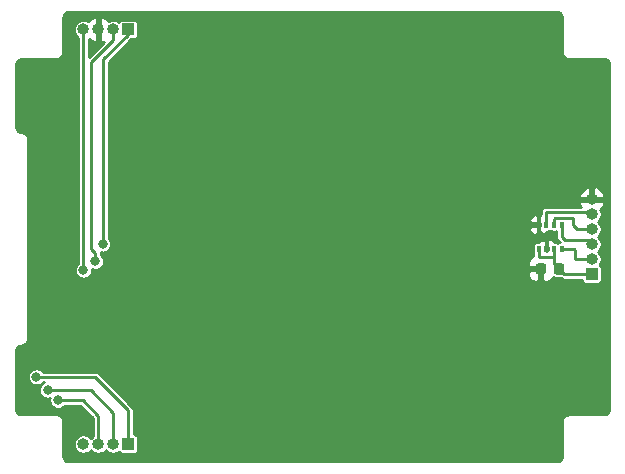
<source format=gtl>
%TF.GenerationSoftware,KiCad,Pcbnew,(5.1.8)-1*%
%TF.CreationDate,2021-05-19T16:55:57+03:00*%
%TF.ProjectId,eInk_DS18B20,65496e6b-5f44-4533-9138-4232302e6b69,rev?*%
%TF.SameCoordinates,Original*%
%TF.FileFunction,Copper,L1,Top*%
%TF.FilePolarity,Positive*%
%FSLAX46Y46*%
G04 Gerber Fmt 4.6, Leading zero omitted, Abs format (unit mm)*
G04 Created by KiCad (PCBNEW (5.1.8)-1) date 2021-05-19 16:55:57*
%MOMM*%
%LPD*%
G01*
G04 APERTURE LIST*
%TA.AperFunction,ComponentPad*%
%ADD10O,1.000000X1.000000*%
%TD*%
%TA.AperFunction,ComponentPad*%
%ADD11R,1.000000X1.000000*%
%TD*%
%TA.AperFunction,SMDPad,CuDef*%
%ADD12R,0.350000X0.500000*%
%TD*%
%TA.AperFunction,ViaPad*%
%ADD13C,0.800000*%
%TD*%
%TA.AperFunction,Conductor*%
%ADD14C,0.250000*%
%TD*%
%TA.AperFunction,Conductor*%
%ADD15C,0.254000*%
%TD*%
%TA.AperFunction,Conductor*%
%ADD16C,0.100000*%
%TD*%
G04 APERTURE END LIST*
D10*
%TO.P,J2,4*%
%TO.N,/CS*%
X69596000Y-94386400D03*
%TO.P,J2,3*%
%TO.N,/DC*%
X70866000Y-94386400D03*
%TO.P,J2,2*%
%TO.N,/RES*%
X72136000Y-94386400D03*
D11*
%TO.P,J2,1*%
%TO.N,/BUSY*%
X73406000Y-94386400D03*
%TD*%
%TO.P,J3,1*%
%TO.N,/SCLK*%
X73406000Y-59283600D03*
D10*
%TO.P,J3,2*%
%TO.N,/SDI*%
X72136000Y-59283600D03*
%TO.P,J3,3*%
%TO.N,GND*%
X70866000Y-59283600D03*
%TO.P,J3,4*%
%TO.N,+3V3*%
X69596000Y-59283600D03*
%TD*%
%TO.P,C11,2*%
%TO.N,GND*%
%TA.AperFunction,SMDPad,CuDef*%
G36*
G01*
X108780400Y-79302800D02*
X108780400Y-79802800D01*
G75*
G02*
X108555400Y-80027800I-225000J0D01*
G01*
X108105400Y-80027800D01*
G75*
G02*
X107880400Y-79802800I0J225000D01*
G01*
X107880400Y-79302800D01*
G75*
G02*
X108105400Y-79077800I225000J0D01*
G01*
X108555400Y-79077800D01*
G75*
G02*
X108780400Y-79302800I0J-225000D01*
G01*
G37*
%TD.AperFunction*%
%TO.P,C11,1*%
%TO.N,/P1.0*%
%TA.AperFunction,SMDPad,CuDef*%
G36*
G01*
X110330400Y-79302800D02*
X110330400Y-79802800D01*
G75*
G02*
X110105400Y-80027800I-225000J0D01*
G01*
X109655400Y-80027800D01*
G75*
G02*
X109430400Y-79802800I0J225000D01*
G01*
X109430400Y-79302800D01*
G75*
G02*
X109655400Y-79077800I225000J0D01*
G01*
X110105400Y-79077800D01*
G75*
G02*
X110330400Y-79302800I0J-225000D01*
G01*
G37*
%TD.AperFunction*%
%TD*%
%TO.P,J4,6*%
%TO.N,GND*%
X112649000Y-73660000D03*
%TO.P,J4,5*%
%TO.N,/CS1*%
X112649000Y-74930000D03*
%TO.P,J4,4*%
%TO.N,/MOSI*%
X112649000Y-76200000D03*
%TO.P,J4,3*%
%TO.N,/SCK*%
X112649000Y-77470000D03*
%TO.P,J4,2*%
%TO.N,/MISO*%
X112649000Y-78740000D03*
D11*
%TO.P,J4,1*%
%TO.N,/P1.0*%
X112649000Y-80010000D03*
%TD*%
D12*
%TO.P,U1,5*%
%TO.N,/MISO*%
X110093400Y-77860000D03*
%TO.P,U1,6*%
%TO.N,/P1.0*%
X109443400Y-77860000D03*
%TO.P,U1,7*%
%TO.N,GND*%
X108793400Y-77860000D03*
%TO.P,U1,8*%
%TO.N,/P1.0*%
X108143400Y-77860000D03*
%TO.P,U1,1*%
%TO.N,GND*%
X108143400Y-75810000D03*
%TO.P,U1,2*%
%TO.N,/CS1*%
X108793400Y-75810000D03*
%TO.P,U1,3*%
%TO.N,/MOSI*%
X109443400Y-75810000D03*
%TO.P,U1,4*%
%TO.N,/SCK*%
X110093400Y-75810000D03*
%TD*%
D13*
%TO.N,GND*%
X79781400Y-85344000D03*
X80137000Y-82017200D03*
X80035400Y-79375000D03*
X85013800Y-71196200D03*
X76784200Y-94386400D03*
X80365600Y-94437200D03*
X83997800Y-94411800D03*
X87528400Y-94462600D03*
X91363800Y-94462600D03*
X95478600Y-94462600D03*
X99390200Y-94462600D03*
X103657400Y-94462600D03*
X108991400Y-94462600D03*
X109016800Y-91008200D03*
X112928400Y-90855800D03*
X112953800Y-86741000D03*
X113004600Y-62839600D03*
X113004600Y-65862200D03*
X112953800Y-70104000D03*
X76784200Y-59334400D03*
X80365600Y-59334400D03*
X83972400Y-59334400D03*
X87452200Y-59334400D03*
X91313000Y-59334400D03*
X95326200Y-59334400D03*
X99466400Y-59334400D03*
X103632000Y-59334400D03*
X108813600Y-59334400D03*
X108813600Y-62814200D03*
X112953800Y-82931000D03*
%TO.N,+3V3*%
X69596000Y-79654400D03*
%TO.N,/BUSY*%
X65608200Y-88696800D03*
%TO.N,/RES*%
X66573400Y-89814400D03*
%TO.N,/DC*%
X67453210Y-90678000D03*
%TO.N,/SCLK*%
X71247000Y-77444600D03*
%TO.N,/SDI*%
X70612000Y-78917800D03*
%TD*%
D14*
%TO.N,GND*%
X80111600Y-85013800D02*
X79781400Y-85344000D01*
X80137000Y-84988400D02*
X80111600Y-85013800D01*
X80137000Y-82017200D02*
X80137000Y-84988400D01*
X80035400Y-81915600D02*
X80137000Y-82017200D01*
X80035400Y-79375000D02*
X80035400Y-81915600D01*
X85013800Y-71196200D02*
X79806800Y-71196200D01*
X79806800Y-79146400D02*
X80035400Y-79375000D01*
X79806800Y-71196200D02*
X79806800Y-79146400D01*
X108178600Y-75774800D02*
X108143400Y-75810000D01*
X108178600Y-74447400D02*
X108178600Y-75774800D01*
X108143400Y-76291800D02*
X108793400Y-76941800D01*
X108143400Y-75810000D02*
X108143400Y-76291800D01*
X108330400Y-79552800D02*
X106984800Y-79552800D01*
X106984800Y-79552800D02*
X106984800Y-77089000D01*
X108773200Y-77089000D02*
X108793400Y-77109200D01*
X106984800Y-77089000D02*
X108773200Y-77089000D01*
X108793400Y-77109200D02*
X108793400Y-77860000D01*
X108793400Y-76941800D02*
X108793400Y-77109200D01*
X106781600Y-71196200D02*
X85013800Y-71196200D01*
X70866000Y-59283600D02*
X70866000Y-58115200D01*
X70866000Y-58115200D02*
X79781400Y-58115200D01*
X79781400Y-71170800D02*
X79806800Y-71196200D01*
X79781400Y-58115200D02*
X79781400Y-71170800D01*
X108178600Y-72593200D02*
X106781600Y-71196200D01*
X108178600Y-74422000D02*
X108178600Y-73609200D01*
X108178600Y-72593200D02*
X108178600Y-73609200D01*
X108229400Y-73660000D02*
X108178600Y-73609200D01*
X112649000Y-73660000D02*
X108229400Y-73660000D01*
%TO.N,+3V3*%
X69596000Y-59283600D02*
X69596000Y-78740000D01*
X69596000Y-78740000D02*
X69596000Y-79654400D01*
%TO.N,/BUSY*%
X73406000Y-91541600D02*
X73406000Y-94386400D01*
X70561200Y-88696800D02*
X73406000Y-91541600D01*
X65608200Y-88696800D02*
X70561200Y-88696800D01*
%TO.N,/RES*%
X66573400Y-89814400D02*
X70231000Y-89814400D01*
X72136000Y-91719400D02*
X72136000Y-94386400D01*
X70231000Y-89814400D02*
X72136000Y-91719400D01*
%TO.N,/DC*%
X67453210Y-90678000D02*
X69545200Y-90678000D01*
X70866000Y-91998800D02*
X70866000Y-94386400D01*
X69545200Y-90678000D02*
X70866000Y-91998800D01*
%TO.N,/SCLK*%
X71297800Y-77393800D02*
X71247000Y-77444600D01*
X73406000Y-59715400D02*
X71297800Y-61823600D01*
X71297800Y-61823600D02*
X71297800Y-77393800D01*
X73406000Y-59283600D02*
X73406000Y-59715400D01*
%TO.N,/SDI*%
X70612000Y-78232000D02*
X70612000Y-78689200D01*
X70612000Y-78917800D02*
X70612000Y-78232000D01*
X72136000Y-60147200D02*
X72136000Y-59283600D01*
X70281800Y-62001400D02*
X72136000Y-60147200D01*
X70281800Y-77901800D02*
X70281800Y-62001400D01*
X70612000Y-78232000D02*
X70281800Y-77901800D01*
%TO.N,/P1.0*%
X109443400Y-79115800D02*
X109880400Y-79552800D01*
X108143400Y-77860000D02*
X108143400Y-78527000D01*
X108148000Y-78531600D02*
X109443400Y-78531600D01*
X108143400Y-78527000D02*
X108148000Y-78531600D01*
X109443400Y-78531600D02*
X109443400Y-79115800D01*
X109443400Y-77860000D02*
X109443400Y-78531600D01*
X110337600Y-80010000D02*
X109880400Y-79552800D01*
X112649000Y-80010000D02*
X110337600Y-80010000D01*
%TO.N,/MISO*%
X111252000Y-78740000D02*
X112649000Y-78740000D01*
X111226600Y-78714600D02*
X111252000Y-78740000D01*
X111226600Y-77978000D02*
X111226600Y-78714600D01*
X111108600Y-77860000D02*
X111226600Y-77978000D01*
X110093400Y-77860000D02*
X111108600Y-77860000D01*
%TO.N,/MOSI*%
X109443400Y-75310000D02*
X109443400Y-75810000D01*
X109518401Y-75234999D02*
X109443400Y-75310000D01*
X111048999Y-75234999D02*
X109518401Y-75234999D01*
X111048999Y-75869999D02*
X111048999Y-75234999D01*
X111379000Y-76200000D02*
X111048999Y-75869999D01*
X112649000Y-76200000D02*
X111379000Y-76200000D01*
%TO.N,/SCK*%
X110093400Y-75810000D02*
X110093400Y-76819400D01*
X110093400Y-76819400D02*
X110363000Y-77089000D01*
X112268000Y-77089000D02*
X112649000Y-77470000D01*
X110363000Y-77089000D02*
X112268000Y-77089000D01*
%TO.N,/CS1*%
X108793400Y-75810000D02*
X108793400Y-74732000D01*
X112527200Y-74732000D02*
X112699800Y-74904600D01*
X112692610Y-74897410D02*
X112699800Y-74904600D01*
X112451000Y-74732000D02*
X112649000Y-74930000D01*
X108793400Y-74732000D02*
X112451000Y-74732000D01*
%TD*%
D15*
%TO.N,GND*%
X109822406Y-57842896D02*
X109888788Y-57862938D01*
X109950003Y-57895486D01*
X110003737Y-57939311D01*
X110047932Y-57992734D01*
X110080911Y-58053727D01*
X110101415Y-58119963D01*
X110109401Y-58195942D01*
X110109400Y-61170661D01*
X110110060Y-61177362D01*
X110110038Y-61180523D01*
X110110245Y-61182635D01*
X110120609Y-61281237D01*
X110123384Y-61294757D01*
X110125961Y-61308265D01*
X110126574Y-61310296D01*
X110155892Y-61405006D01*
X110161227Y-61417698D01*
X110166391Y-61430479D01*
X110167387Y-61432352D01*
X110214542Y-61519564D01*
X110222252Y-61530994D01*
X110229790Y-61542514D01*
X110231131Y-61544158D01*
X110294328Y-61620550D01*
X110304087Y-61630241D01*
X110313742Y-61640101D01*
X110315377Y-61641453D01*
X110392208Y-61704115D01*
X110403680Y-61711737D01*
X110415051Y-61719523D01*
X110416918Y-61720532D01*
X110504457Y-61767077D01*
X110517200Y-61772330D01*
X110529856Y-61777754D01*
X110531883Y-61778382D01*
X110626796Y-61807038D01*
X110640356Y-61809723D01*
X110653786Y-61812578D01*
X110655896Y-61812800D01*
X110754567Y-61822475D01*
X110754578Y-61822475D01*
X110761938Y-61823200D01*
X113733761Y-61823200D01*
X113810206Y-61830696D01*
X113876588Y-61850738D01*
X113937803Y-61883286D01*
X113991537Y-61927111D01*
X114035732Y-61980534D01*
X114068711Y-62041527D01*
X114089215Y-62107763D01*
X114097201Y-62183742D01*
X114097200Y-91483361D01*
X114089704Y-91559810D01*
X114069663Y-91626187D01*
X114037114Y-91687403D01*
X113993291Y-91741135D01*
X113939866Y-91785333D01*
X113878873Y-91818311D01*
X113812637Y-91838815D01*
X113736668Y-91846800D01*
X110761938Y-91846800D01*
X110755237Y-91847460D01*
X110752077Y-91847438D01*
X110749965Y-91847645D01*
X110651363Y-91858009D01*
X110637843Y-91860784D01*
X110624335Y-91863361D01*
X110622306Y-91863973D01*
X110622300Y-91863975D01*
X110527594Y-91893292D01*
X110514902Y-91898627D01*
X110502121Y-91903791D01*
X110500248Y-91904787D01*
X110413036Y-91951942D01*
X110401621Y-91959641D01*
X110390086Y-91967190D01*
X110388441Y-91968531D01*
X110312050Y-92031728D01*
X110302359Y-92041487D01*
X110292499Y-92051142D01*
X110291147Y-92052777D01*
X110228485Y-92129608D01*
X110220863Y-92141080D01*
X110213077Y-92152451D01*
X110212068Y-92154318D01*
X110165523Y-92241857D01*
X110160270Y-92254600D01*
X110154846Y-92267256D01*
X110154221Y-92269277D01*
X110154218Y-92269284D01*
X110154217Y-92269291D01*
X110125562Y-92364196D01*
X110122884Y-92377724D01*
X110120022Y-92391186D01*
X110119800Y-92393296D01*
X110110125Y-92491967D01*
X110110125Y-92491988D01*
X110109401Y-92499338D01*
X110109400Y-95471161D01*
X110101904Y-95547610D01*
X110081863Y-95613987D01*
X110049314Y-95675203D01*
X110005491Y-95728935D01*
X109952066Y-95773133D01*
X109891073Y-95806111D01*
X109824837Y-95826615D01*
X109748868Y-95834600D01*
X68282639Y-95834600D01*
X68206190Y-95827104D01*
X68139813Y-95807063D01*
X68078597Y-95774514D01*
X68024865Y-95730691D01*
X67980667Y-95677266D01*
X67947689Y-95616273D01*
X67927185Y-95550037D01*
X67919200Y-95474068D01*
X67919200Y-92499338D01*
X67918540Y-92492637D01*
X67918562Y-92489477D01*
X67918355Y-92487365D01*
X67907991Y-92388763D01*
X67905216Y-92375243D01*
X67902639Y-92361735D01*
X67902026Y-92359704D01*
X67872708Y-92264994D01*
X67867373Y-92252302D01*
X67862209Y-92239521D01*
X67861213Y-92237648D01*
X67814058Y-92150436D01*
X67806354Y-92139014D01*
X67798810Y-92127486D01*
X67797469Y-92125841D01*
X67734272Y-92049450D01*
X67724513Y-92039759D01*
X67714858Y-92029899D01*
X67713223Y-92028547D01*
X67636392Y-91965885D01*
X67624920Y-91958263D01*
X67613549Y-91950477D01*
X67611682Y-91949468D01*
X67524143Y-91902923D01*
X67511400Y-91897670D01*
X67498744Y-91892246D01*
X67496723Y-91891621D01*
X67496716Y-91891618D01*
X67496709Y-91891617D01*
X67401804Y-91862962D01*
X67388276Y-91860284D01*
X67374814Y-91857422D01*
X67372704Y-91857200D01*
X67274033Y-91847525D01*
X67274022Y-91847525D01*
X67266662Y-91846800D01*
X64294839Y-91846800D01*
X64218390Y-91839304D01*
X64152013Y-91819263D01*
X64090797Y-91786714D01*
X64037065Y-91742891D01*
X63992867Y-91689466D01*
X63959889Y-91628473D01*
X63939385Y-91562237D01*
X63931400Y-91486268D01*
X63931400Y-88625197D01*
X64881200Y-88625197D01*
X64881200Y-88768403D01*
X64909138Y-88908858D01*
X64963941Y-89041164D01*
X65043502Y-89160236D01*
X65144764Y-89261498D01*
X65263836Y-89341059D01*
X65396142Y-89395862D01*
X65536597Y-89423800D01*
X65679803Y-89423800D01*
X65820258Y-89395862D01*
X65952564Y-89341059D01*
X66071636Y-89261498D01*
X66172898Y-89160236D01*
X66180539Y-89148800D01*
X66280558Y-89148800D01*
X66229036Y-89170141D01*
X66109964Y-89249702D01*
X66008702Y-89350964D01*
X65929141Y-89470036D01*
X65874338Y-89602342D01*
X65846400Y-89742797D01*
X65846400Y-89886003D01*
X65874338Y-90026458D01*
X65929141Y-90158764D01*
X66008702Y-90277836D01*
X66109964Y-90379098D01*
X66229036Y-90458659D01*
X66361342Y-90513462D01*
X66501797Y-90541400D01*
X66645003Y-90541400D01*
X66743017Y-90521904D01*
X66726210Y-90606397D01*
X66726210Y-90749603D01*
X66754148Y-90890058D01*
X66808951Y-91022364D01*
X66888512Y-91141436D01*
X66989774Y-91242698D01*
X67108846Y-91322259D01*
X67241152Y-91377062D01*
X67381607Y-91405000D01*
X67524813Y-91405000D01*
X67665268Y-91377062D01*
X67797574Y-91322259D01*
X67916646Y-91242698D01*
X68017908Y-91141436D01*
X68025549Y-91130000D01*
X69357977Y-91130000D01*
X70414000Y-92186025D01*
X70414001Y-93693793D01*
X70338819Y-93744028D01*
X70231000Y-93851847D01*
X70123181Y-93744028D01*
X69987731Y-93653523D01*
X69837227Y-93591182D01*
X69677452Y-93559400D01*
X69514548Y-93559400D01*
X69354773Y-93591182D01*
X69204269Y-93653523D01*
X69068819Y-93744028D01*
X68953628Y-93859219D01*
X68863123Y-93994669D01*
X68800782Y-94145173D01*
X68769000Y-94304948D01*
X68769000Y-94467852D01*
X68800782Y-94627627D01*
X68863123Y-94778131D01*
X68953628Y-94913581D01*
X69068819Y-95028772D01*
X69204269Y-95119277D01*
X69354773Y-95181618D01*
X69514548Y-95213400D01*
X69677452Y-95213400D01*
X69837227Y-95181618D01*
X69987731Y-95119277D01*
X70123181Y-95028772D01*
X70231000Y-94920953D01*
X70338819Y-95028772D01*
X70474269Y-95119277D01*
X70624773Y-95181618D01*
X70784548Y-95213400D01*
X70947452Y-95213400D01*
X71107227Y-95181618D01*
X71257731Y-95119277D01*
X71393181Y-95028772D01*
X71501000Y-94920953D01*
X71608819Y-95028772D01*
X71744269Y-95119277D01*
X71894773Y-95181618D01*
X72054548Y-95213400D01*
X72217452Y-95213400D01*
X72377227Y-95181618D01*
X72527731Y-95119277D01*
X72624967Y-95054306D01*
X72632794Y-95068950D01*
X72673657Y-95118743D01*
X72723450Y-95159606D01*
X72780257Y-95189970D01*
X72841897Y-95208668D01*
X72906000Y-95214982D01*
X73906000Y-95214982D01*
X73970103Y-95208668D01*
X74031743Y-95189970D01*
X74088550Y-95159606D01*
X74138343Y-95118743D01*
X74179206Y-95068950D01*
X74209570Y-95012143D01*
X74228268Y-94950503D01*
X74234582Y-94886400D01*
X74234582Y-93886400D01*
X74228268Y-93822297D01*
X74209570Y-93760657D01*
X74179206Y-93703850D01*
X74138343Y-93654057D01*
X74088550Y-93613194D01*
X74031743Y-93582830D01*
X73970103Y-93564132D01*
X73906000Y-93557818D01*
X73858000Y-93557818D01*
X73858000Y-91563805D01*
X73860187Y-91541600D01*
X73851460Y-91452992D01*
X73825614Y-91367790D01*
X73819364Y-91356097D01*
X73783643Y-91289267D01*
X73727159Y-91220441D01*
X73709906Y-91206282D01*
X70896523Y-88392900D01*
X70882359Y-88375641D01*
X70813533Y-88319157D01*
X70735010Y-88277186D01*
X70649807Y-88251340D01*
X70583405Y-88244800D01*
X70561200Y-88242613D01*
X70538995Y-88244800D01*
X66180539Y-88244800D01*
X66172898Y-88233364D01*
X66071636Y-88132102D01*
X65952564Y-88052541D01*
X65820258Y-87997738D01*
X65679803Y-87969800D01*
X65536597Y-87969800D01*
X65396142Y-87997738D01*
X65263836Y-88052541D01*
X65144764Y-88132102D01*
X65043502Y-88233364D01*
X64963941Y-88352436D01*
X64909138Y-88484742D01*
X64881200Y-88625197D01*
X63931400Y-88625197D01*
X63931400Y-86411763D01*
X63938273Y-86341671D01*
X63958350Y-86275171D01*
X63990959Y-86213844D01*
X64034860Y-86160014D01*
X64088377Y-86115742D01*
X64149480Y-86082704D01*
X64217411Y-86061676D01*
X64276772Y-86054144D01*
X64279323Y-86054162D01*
X64281435Y-86053955D01*
X64380037Y-86043591D01*
X64393557Y-86040816D01*
X64407065Y-86038239D01*
X64409094Y-86037627D01*
X64409100Y-86037625D01*
X64503806Y-86008308D01*
X64516498Y-86002973D01*
X64529279Y-85997809D01*
X64531152Y-85996813D01*
X64618364Y-85949658D01*
X64629794Y-85941948D01*
X64641314Y-85934410D01*
X64642958Y-85933069D01*
X64719350Y-85869872D01*
X64729041Y-85860113D01*
X64738901Y-85850458D01*
X64740253Y-85848823D01*
X64802915Y-85771992D01*
X64810537Y-85760520D01*
X64818323Y-85749149D01*
X64819332Y-85747282D01*
X64865877Y-85659743D01*
X64871130Y-85647000D01*
X64876554Y-85634344D01*
X64877182Y-85632317D01*
X64905838Y-85537404D01*
X64908523Y-85523844D01*
X64911378Y-85510414D01*
X64911600Y-85508304D01*
X64921275Y-85409633D01*
X64921275Y-85409622D01*
X64922000Y-85402262D01*
X64922000Y-68597938D01*
X64921432Y-68592170D01*
X64915662Y-68516651D01*
X64913558Y-68504678D01*
X64911881Y-68492650D01*
X64911370Y-68490590D01*
X64886819Y-68394534D01*
X64882114Y-68381564D01*
X64877604Y-68368566D01*
X64876702Y-68366645D01*
X64833961Y-68277187D01*
X64826821Y-68265370D01*
X64819879Y-68253507D01*
X64818621Y-68251797D01*
X64759319Y-68172345D01*
X64750041Y-68162162D01*
X64740904Y-68151848D01*
X64739339Y-68150416D01*
X64665732Y-68083995D01*
X64654671Y-68075822D01*
X64643689Y-68067467D01*
X64641875Y-68066366D01*
X64556769Y-68015507D01*
X64544298Y-68009622D01*
X64531934Y-68003575D01*
X64529941Y-68002847D01*
X64436578Y-67969487D01*
X64423199Y-67966136D01*
X64409897Y-67962606D01*
X64407801Y-67962279D01*
X64312799Y-67948145D01*
X64304343Y-67946347D01*
X64302233Y-67946125D01*
X64218390Y-67937904D01*
X64152013Y-67917863D01*
X64090797Y-67885314D01*
X64037065Y-67841491D01*
X63992867Y-67788066D01*
X63959889Y-67727073D01*
X63939385Y-67660837D01*
X63931400Y-67584868D01*
X63931400Y-62186639D01*
X63938896Y-62110194D01*
X63958938Y-62043812D01*
X63991486Y-61982597D01*
X64035311Y-61928863D01*
X64088734Y-61884668D01*
X64149727Y-61851689D01*
X64215963Y-61831185D01*
X64291932Y-61823200D01*
X67266662Y-61823200D01*
X67273363Y-61822540D01*
X67276523Y-61822562D01*
X67278635Y-61822355D01*
X67377237Y-61811991D01*
X67390757Y-61809216D01*
X67404265Y-61806639D01*
X67406294Y-61806027D01*
X67406300Y-61806025D01*
X67501006Y-61776708D01*
X67513698Y-61771373D01*
X67526479Y-61766209D01*
X67528352Y-61765213D01*
X67615564Y-61718058D01*
X67626994Y-61710348D01*
X67638514Y-61702810D01*
X67640158Y-61701469D01*
X67716550Y-61638272D01*
X67726241Y-61628513D01*
X67736101Y-61618858D01*
X67737453Y-61617223D01*
X67800115Y-61540392D01*
X67807737Y-61528920D01*
X67815523Y-61517549D01*
X67816532Y-61515682D01*
X67863077Y-61428143D01*
X67868330Y-61415400D01*
X67873754Y-61402744D01*
X67874382Y-61400717D01*
X67903038Y-61305804D01*
X67905723Y-61292244D01*
X67908578Y-61278814D01*
X67908800Y-61276704D01*
X67918475Y-61178033D01*
X67918475Y-61178022D01*
X67919200Y-61170662D01*
X67919200Y-59202148D01*
X68769000Y-59202148D01*
X68769000Y-59365052D01*
X68800782Y-59524827D01*
X68863123Y-59675331D01*
X68953628Y-59810781D01*
X69068819Y-59925972D01*
X69144000Y-59976206D01*
X69144001Y-78717786D01*
X69144000Y-78717796D01*
X69144000Y-79082060D01*
X69132564Y-79089702D01*
X69031302Y-79190964D01*
X68951741Y-79310036D01*
X68896938Y-79442342D01*
X68869000Y-79582797D01*
X68869000Y-79726003D01*
X68896938Y-79866458D01*
X68951741Y-79998764D01*
X69031302Y-80117836D01*
X69132564Y-80219098D01*
X69251636Y-80298659D01*
X69383942Y-80353462D01*
X69524397Y-80381400D01*
X69667603Y-80381400D01*
X69808058Y-80353462D01*
X69940364Y-80298659D01*
X70059436Y-80219098D01*
X70160698Y-80117836D01*
X70220857Y-80027800D01*
X107242328Y-80027800D01*
X107254588Y-80152282D01*
X107290898Y-80271980D01*
X107349863Y-80382294D01*
X107429215Y-80478985D01*
X107525906Y-80558337D01*
X107636220Y-80617302D01*
X107755918Y-80653612D01*
X107880400Y-80665872D01*
X108044650Y-80662800D01*
X108203400Y-80504050D01*
X108203400Y-79679800D01*
X107404150Y-79679800D01*
X107245400Y-79838550D01*
X107242328Y-80027800D01*
X70220857Y-80027800D01*
X70240259Y-79998764D01*
X70295062Y-79866458D01*
X70323000Y-79726003D01*
X70323000Y-79584992D01*
X70399942Y-79616862D01*
X70540397Y-79644800D01*
X70683603Y-79644800D01*
X70824058Y-79616862D01*
X70956364Y-79562059D01*
X71075436Y-79482498D01*
X71176698Y-79381236D01*
X71256259Y-79262164D01*
X71311062Y-79129858D01*
X71321416Y-79077800D01*
X107242328Y-79077800D01*
X107245400Y-79267050D01*
X107404150Y-79425800D01*
X108203400Y-79425800D01*
X108203400Y-79405800D01*
X108457400Y-79405800D01*
X108457400Y-79425800D01*
X108477400Y-79425800D01*
X108477400Y-79679800D01*
X108457400Y-79679800D01*
X108457400Y-80504050D01*
X108616150Y-80662800D01*
X108780400Y-80665872D01*
X108904882Y-80653612D01*
X109024580Y-80617302D01*
X109134894Y-80558337D01*
X109231585Y-80478985D01*
X109310937Y-80382294D01*
X109368698Y-80274233D01*
X109443553Y-80314243D01*
X109547402Y-80345745D01*
X109655400Y-80356382D01*
X110047175Y-80356382D01*
X110085267Y-80387643D01*
X110163790Y-80429614D01*
X110248993Y-80455460D01*
X110315395Y-80462000D01*
X110315396Y-80462000D01*
X110337599Y-80464187D01*
X110359802Y-80462000D01*
X111820418Y-80462000D01*
X111820418Y-80510000D01*
X111826732Y-80574103D01*
X111845430Y-80635743D01*
X111875794Y-80692550D01*
X111916657Y-80742343D01*
X111966450Y-80783206D01*
X112023257Y-80813570D01*
X112084897Y-80832268D01*
X112149000Y-80838582D01*
X113149000Y-80838582D01*
X113213103Y-80832268D01*
X113274743Y-80813570D01*
X113331550Y-80783206D01*
X113381343Y-80742343D01*
X113422206Y-80692550D01*
X113452570Y-80635743D01*
X113471268Y-80574103D01*
X113477582Y-80510000D01*
X113477582Y-79510000D01*
X113471268Y-79445897D01*
X113452570Y-79384257D01*
X113422206Y-79327450D01*
X113381343Y-79277657D01*
X113331550Y-79236794D01*
X113316906Y-79228967D01*
X113381877Y-79131731D01*
X113444218Y-78981227D01*
X113476000Y-78821452D01*
X113476000Y-78658548D01*
X113444218Y-78498773D01*
X113381877Y-78348269D01*
X113291372Y-78212819D01*
X113183553Y-78105000D01*
X113291372Y-77997181D01*
X113381877Y-77861731D01*
X113444218Y-77711227D01*
X113476000Y-77551452D01*
X113476000Y-77388548D01*
X113444218Y-77228773D01*
X113381877Y-77078269D01*
X113291372Y-76942819D01*
X113183553Y-76835000D01*
X113291372Y-76727181D01*
X113381877Y-76591731D01*
X113444218Y-76441227D01*
X113476000Y-76281452D01*
X113476000Y-76118548D01*
X113444218Y-75958773D01*
X113381877Y-75808269D01*
X113291372Y-75672819D01*
X113183553Y-75565000D01*
X113291372Y-75457181D01*
X113381877Y-75321731D01*
X113444218Y-75171227D01*
X113476000Y-75011452D01*
X113476000Y-74848548D01*
X113444218Y-74688773D01*
X113381877Y-74538269D01*
X113375141Y-74528188D01*
X113507865Y-74402020D01*
X113636123Y-74220206D01*
X113726446Y-74016864D01*
X113743119Y-73961874D01*
X113616954Y-73787000D01*
X112776000Y-73787000D01*
X112776000Y-73807000D01*
X112522000Y-73807000D01*
X112522000Y-73787000D01*
X111681046Y-73787000D01*
X111554881Y-73961874D01*
X111571554Y-74016864D01*
X111661877Y-74220206D01*
X111704058Y-74280000D01*
X108815605Y-74280000D01*
X108793400Y-74277813D01*
X108771195Y-74280000D01*
X108704793Y-74286540D01*
X108619590Y-74312386D01*
X108541067Y-74354357D01*
X108472241Y-74410841D01*
X108415757Y-74479667D01*
X108373786Y-74558190D01*
X108347940Y-74643393D01*
X108339213Y-74732000D01*
X108341401Y-74754215D01*
X108341401Y-74933749D01*
X108191400Y-75083750D01*
X108191400Y-75687000D01*
X108289818Y-75687000D01*
X108289818Y-75933000D01*
X108191400Y-75933000D01*
X108191400Y-76536250D01*
X108350150Y-76695000D01*
X108460332Y-76682086D01*
X108578968Y-76642443D01*
X108687590Y-76580417D01*
X108782025Y-76498392D01*
X108858643Y-76399520D01*
X108864102Y-76388582D01*
X108968400Y-76388582D01*
X109032503Y-76382268D01*
X109094143Y-76363570D01*
X109118400Y-76350604D01*
X109142657Y-76363570D01*
X109204297Y-76382268D01*
X109268400Y-76388582D01*
X109618400Y-76388582D01*
X109641401Y-76386316D01*
X109641401Y-76797185D01*
X109639213Y-76819400D01*
X109647940Y-76908007D01*
X109673786Y-76993209D01*
X109708678Y-77058487D01*
X109715758Y-77071733D01*
X109772242Y-77140559D01*
X109789496Y-77154719D01*
X109916393Y-77281616D01*
X109854297Y-77287732D01*
X109792657Y-77306430D01*
X109768400Y-77319396D01*
X109744143Y-77306430D01*
X109682503Y-77287732D01*
X109618400Y-77281418D01*
X109514102Y-77281418D01*
X109508643Y-77270480D01*
X109432025Y-77171608D01*
X109337590Y-77089583D01*
X109228968Y-77027557D01*
X109110332Y-76987914D01*
X109000150Y-76975000D01*
X108841400Y-77133750D01*
X108841400Y-77737000D01*
X108939818Y-77737000D01*
X108939818Y-77983000D01*
X108841400Y-77983000D01*
X108841400Y-78007000D01*
X108745400Y-78007000D01*
X108745400Y-77983000D01*
X108646982Y-77983000D01*
X108646982Y-77737000D01*
X108745400Y-77737000D01*
X108745400Y-77133750D01*
X108586650Y-76975000D01*
X108476468Y-76987914D01*
X108357832Y-77027557D01*
X108249210Y-77089583D01*
X108154775Y-77171608D01*
X108078157Y-77270480D01*
X108072698Y-77281418D01*
X107968400Y-77281418D01*
X107904297Y-77287732D01*
X107842657Y-77306430D01*
X107785850Y-77336794D01*
X107736057Y-77377657D01*
X107695194Y-77427450D01*
X107664830Y-77484257D01*
X107646132Y-77545897D01*
X107639818Y-77610000D01*
X107639818Y-78110000D01*
X107646132Y-78174103D01*
X107664830Y-78235743D01*
X107691401Y-78285453D01*
X107691401Y-78471559D01*
X107636220Y-78488298D01*
X107525906Y-78547263D01*
X107429215Y-78626615D01*
X107349863Y-78723306D01*
X107290898Y-78833620D01*
X107254588Y-78953318D01*
X107242328Y-79077800D01*
X71321416Y-79077800D01*
X71339000Y-78989403D01*
X71339000Y-78846197D01*
X71311062Y-78705742D01*
X71256259Y-78573436D01*
X71176698Y-78454364D01*
X71075436Y-78353102D01*
X71064000Y-78345461D01*
X71064000Y-78254204D01*
X71066187Y-78231999D01*
X71057937Y-78148236D01*
X71175397Y-78171600D01*
X71318603Y-78171600D01*
X71459058Y-78143662D01*
X71591364Y-78088859D01*
X71710436Y-78009298D01*
X71811698Y-77908036D01*
X71891259Y-77788964D01*
X71946062Y-77656658D01*
X71974000Y-77516203D01*
X71974000Y-77372997D01*
X71946062Y-77232542D01*
X71891259Y-77100236D01*
X71811698Y-76981164D01*
X71749800Y-76919266D01*
X71749800Y-76091750D01*
X107333400Y-76091750D01*
X107339352Y-76166934D01*
X107372301Y-76287600D01*
X107428157Y-76399520D01*
X107504775Y-76498392D01*
X107599210Y-76580417D01*
X107707832Y-76642443D01*
X107826468Y-76682086D01*
X107936650Y-76695000D01*
X108095400Y-76536250D01*
X108095400Y-75933000D01*
X107492150Y-75933000D01*
X107333400Y-76091750D01*
X71749800Y-76091750D01*
X71749800Y-75528250D01*
X107333400Y-75528250D01*
X107492150Y-75687000D01*
X108095400Y-75687000D01*
X108095400Y-75083750D01*
X107936650Y-74925000D01*
X107826468Y-74937914D01*
X107707832Y-74977557D01*
X107599210Y-75039583D01*
X107504775Y-75121608D01*
X107428157Y-75220480D01*
X107372301Y-75332400D01*
X107339352Y-75453066D01*
X107333400Y-75528250D01*
X71749800Y-75528250D01*
X71749800Y-73358126D01*
X111554881Y-73358126D01*
X111681046Y-73533000D01*
X112522000Y-73533000D01*
X112522000Y-72690871D01*
X112776000Y-72690871D01*
X112776000Y-73533000D01*
X113616954Y-73533000D01*
X113743119Y-73358126D01*
X113726446Y-73303136D01*
X113636123Y-73099794D01*
X113507865Y-72917980D01*
X113346601Y-72764682D01*
X113158529Y-72645790D01*
X112950876Y-72565874D01*
X112776000Y-72690871D01*
X112522000Y-72690871D01*
X112347124Y-72565874D01*
X112139471Y-72645790D01*
X111951399Y-72764682D01*
X111790135Y-72917980D01*
X111661877Y-73099794D01*
X111571554Y-73303136D01*
X111554881Y-73358126D01*
X71749800Y-73358126D01*
X71749800Y-62010823D01*
X73648442Y-60112182D01*
X73906000Y-60112182D01*
X73970103Y-60105868D01*
X74031743Y-60087170D01*
X74088550Y-60056806D01*
X74138343Y-60015943D01*
X74179206Y-59966150D01*
X74209570Y-59909343D01*
X74228268Y-59847703D01*
X74234582Y-59783600D01*
X74234582Y-58783600D01*
X74228268Y-58719497D01*
X74209570Y-58657857D01*
X74179206Y-58601050D01*
X74138343Y-58551257D01*
X74088550Y-58510394D01*
X74031743Y-58480030D01*
X73970103Y-58461332D01*
X73906000Y-58455018D01*
X72906000Y-58455018D01*
X72841897Y-58461332D01*
X72780257Y-58480030D01*
X72723450Y-58510394D01*
X72673657Y-58551257D01*
X72632794Y-58601050D01*
X72624967Y-58615694D01*
X72527731Y-58550723D01*
X72377227Y-58488382D01*
X72217452Y-58456600D01*
X72054548Y-58456600D01*
X71894773Y-58488382D01*
X71744269Y-58550723D01*
X71734188Y-58557459D01*
X71608020Y-58424735D01*
X71426206Y-58296477D01*
X71222864Y-58206154D01*
X71167874Y-58189481D01*
X70993000Y-58315646D01*
X70993000Y-59156600D01*
X71013000Y-59156600D01*
X71013000Y-59410600D01*
X70993000Y-59410600D01*
X70993000Y-60251554D01*
X71167874Y-60377719D01*
X71222864Y-60361046D01*
X71330934Y-60313042D01*
X70048000Y-61595977D01*
X70048000Y-60062537D01*
X70123980Y-60142465D01*
X70305794Y-60270723D01*
X70509136Y-60361046D01*
X70564126Y-60377719D01*
X70739000Y-60251554D01*
X70739000Y-59410600D01*
X70719000Y-59410600D01*
X70719000Y-59156600D01*
X70739000Y-59156600D01*
X70739000Y-58315646D01*
X70564126Y-58189481D01*
X70509136Y-58206154D01*
X70305794Y-58296477D01*
X70123980Y-58424735D01*
X69997812Y-58557459D01*
X69987731Y-58550723D01*
X69837227Y-58488382D01*
X69677452Y-58456600D01*
X69514548Y-58456600D01*
X69354773Y-58488382D01*
X69204269Y-58550723D01*
X69068819Y-58641228D01*
X68953628Y-58756419D01*
X68863123Y-58891869D01*
X68800782Y-59042373D01*
X68769000Y-59202148D01*
X67919200Y-59202148D01*
X67919200Y-58198839D01*
X67926696Y-58122394D01*
X67946738Y-58056012D01*
X67979286Y-57994797D01*
X68023111Y-57941063D01*
X68076534Y-57896868D01*
X68137527Y-57863889D01*
X68203763Y-57843385D01*
X68279732Y-57835400D01*
X109745961Y-57835400D01*
X109822406Y-57842896D01*
%TA.AperFunction,Conductor*%
D16*
G36*
X109822406Y-57842896D02*
G01*
X109888788Y-57862938D01*
X109950003Y-57895486D01*
X110003737Y-57939311D01*
X110047932Y-57992734D01*
X110080911Y-58053727D01*
X110101415Y-58119963D01*
X110109401Y-58195942D01*
X110109400Y-61170661D01*
X110110060Y-61177362D01*
X110110038Y-61180523D01*
X110110245Y-61182635D01*
X110120609Y-61281237D01*
X110123384Y-61294757D01*
X110125961Y-61308265D01*
X110126574Y-61310296D01*
X110155892Y-61405006D01*
X110161227Y-61417698D01*
X110166391Y-61430479D01*
X110167387Y-61432352D01*
X110214542Y-61519564D01*
X110222252Y-61530994D01*
X110229790Y-61542514D01*
X110231131Y-61544158D01*
X110294328Y-61620550D01*
X110304087Y-61630241D01*
X110313742Y-61640101D01*
X110315377Y-61641453D01*
X110392208Y-61704115D01*
X110403680Y-61711737D01*
X110415051Y-61719523D01*
X110416918Y-61720532D01*
X110504457Y-61767077D01*
X110517200Y-61772330D01*
X110529856Y-61777754D01*
X110531883Y-61778382D01*
X110626796Y-61807038D01*
X110640356Y-61809723D01*
X110653786Y-61812578D01*
X110655896Y-61812800D01*
X110754567Y-61822475D01*
X110754578Y-61822475D01*
X110761938Y-61823200D01*
X113733761Y-61823200D01*
X113810206Y-61830696D01*
X113876588Y-61850738D01*
X113937803Y-61883286D01*
X113991537Y-61927111D01*
X114035732Y-61980534D01*
X114068711Y-62041527D01*
X114089215Y-62107763D01*
X114097201Y-62183742D01*
X114097200Y-91483361D01*
X114089704Y-91559810D01*
X114069663Y-91626187D01*
X114037114Y-91687403D01*
X113993291Y-91741135D01*
X113939866Y-91785333D01*
X113878873Y-91818311D01*
X113812637Y-91838815D01*
X113736668Y-91846800D01*
X110761938Y-91846800D01*
X110755237Y-91847460D01*
X110752077Y-91847438D01*
X110749965Y-91847645D01*
X110651363Y-91858009D01*
X110637843Y-91860784D01*
X110624335Y-91863361D01*
X110622306Y-91863973D01*
X110622300Y-91863975D01*
X110527594Y-91893292D01*
X110514902Y-91898627D01*
X110502121Y-91903791D01*
X110500248Y-91904787D01*
X110413036Y-91951942D01*
X110401621Y-91959641D01*
X110390086Y-91967190D01*
X110388441Y-91968531D01*
X110312050Y-92031728D01*
X110302359Y-92041487D01*
X110292499Y-92051142D01*
X110291147Y-92052777D01*
X110228485Y-92129608D01*
X110220863Y-92141080D01*
X110213077Y-92152451D01*
X110212068Y-92154318D01*
X110165523Y-92241857D01*
X110160270Y-92254600D01*
X110154846Y-92267256D01*
X110154221Y-92269277D01*
X110154218Y-92269284D01*
X110154217Y-92269291D01*
X110125562Y-92364196D01*
X110122884Y-92377724D01*
X110120022Y-92391186D01*
X110119800Y-92393296D01*
X110110125Y-92491967D01*
X110110125Y-92491988D01*
X110109401Y-92499338D01*
X110109400Y-95471161D01*
X110101904Y-95547610D01*
X110081863Y-95613987D01*
X110049314Y-95675203D01*
X110005491Y-95728935D01*
X109952066Y-95773133D01*
X109891073Y-95806111D01*
X109824837Y-95826615D01*
X109748868Y-95834600D01*
X68282639Y-95834600D01*
X68206190Y-95827104D01*
X68139813Y-95807063D01*
X68078597Y-95774514D01*
X68024865Y-95730691D01*
X67980667Y-95677266D01*
X67947689Y-95616273D01*
X67927185Y-95550037D01*
X67919200Y-95474068D01*
X67919200Y-92499338D01*
X67918540Y-92492637D01*
X67918562Y-92489477D01*
X67918355Y-92487365D01*
X67907991Y-92388763D01*
X67905216Y-92375243D01*
X67902639Y-92361735D01*
X67902026Y-92359704D01*
X67872708Y-92264994D01*
X67867373Y-92252302D01*
X67862209Y-92239521D01*
X67861213Y-92237648D01*
X67814058Y-92150436D01*
X67806354Y-92139014D01*
X67798810Y-92127486D01*
X67797469Y-92125841D01*
X67734272Y-92049450D01*
X67724513Y-92039759D01*
X67714858Y-92029899D01*
X67713223Y-92028547D01*
X67636392Y-91965885D01*
X67624920Y-91958263D01*
X67613549Y-91950477D01*
X67611682Y-91949468D01*
X67524143Y-91902923D01*
X67511400Y-91897670D01*
X67498744Y-91892246D01*
X67496723Y-91891621D01*
X67496716Y-91891618D01*
X67496709Y-91891617D01*
X67401804Y-91862962D01*
X67388276Y-91860284D01*
X67374814Y-91857422D01*
X67372704Y-91857200D01*
X67274033Y-91847525D01*
X67274022Y-91847525D01*
X67266662Y-91846800D01*
X64294839Y-91846800D01*
X64218390Y-91839304D01*
X64152013Y-91819263D01*
X64090797Y-91786714D01*
X64037065Y-91742891D01*
X63992867Y-91689466D01*
X63959889Y-91628473D01*
X63939385Y-91562237D01*
X63931400Y-91486268D01*
X63931400Y-88625197D01*
X64881200Y-88625197D01*
X64881200Y-88768403D01*
X64909138Y-88908858D01*
X64963941Y-89041164D01*
X65043502Y-89160236D01*
X65144764Y-89261498D01*
X65263836Y-89341059D01*
X65396142Y-89395862D01*
X65536597Y-89423800D01*
X65679803Y-89423800D01*
X65820258Y-89395862D01*
X65952564Y-89341059D01*
X66071636Y-89261498D01*
X66172898Y-89160236D01*
X66180539Y-89148800D01*
X66280558Y-89148800D01*
X66229036Y-89170141D01*
X66109964Y-89249702D01*
X66008702Y-89350964D01*
X65929141Y-89470036D01*
X65874338Y-89602342D01*
X65846400Y-89742797D01*
X65846400Y-89886003D01*
X65874338Y-90026458D01*
X65929141Y-90158764D01*
X66008702Y-90277836D01*
X66109964Y-90379098D01*
X66229036Y-90458659D01*
X66361342Y-90513462D01*
X66501797Y-90541400D01*
X66645003Y-90541400D01*
X66743017Y-90521904D01*
X66726210Y-90606397D01*
X66726210Y-90749603D01*
X66754148Y-90890058D01*
X66808951Y-91022364D01*
X66888512Y-91141436D01*
X66989774Y-91242698D01*
X67108846Y-91322259D01*
X67241152Y-91377062D01*
X67381607Y-91405000D01*
X67524813Y-91405000D01*
X67665268Y-91377062D01*
X67797574Y-91322259D01*
X67916646Y-91242698D01*
X68017908Y-91141436D01*
X68025549Y-91130000D01*
X69357977Y-91130000D01*
X70414000Y-92186025D01*
X70414001Y-93693793D01*
X70338819Y-93744028D01*
X70231000Y-93851847D01*
X70123181Y-93744028D01*
X69987731Y-93653523D01*
X69837227Y-93591182D01*
X69677452Y-93559400D01*
X69514548Y-93559400D01*
X69354773Y-93591182D01*
X69204269Y-93653523D01*
X69068819Y-93744028D01*
X68953628Y-93859219D01*
X68863123Y-93994669D01*
X68800782Y-94145173D01*
X68769000Y-94304948D01*
X68769000Y-94467852D01*
X68800782Y-94627627D01*
X68863123Y-94778131D01*
X68953628Y-94913581D01*
X69068819Y-95028772D01*
X69204269Y-95119277D01*
X69354773Y-95181618D01*
X69514548Y-95213400D01*
X69677452Y-95213400D01*
X69837227Y-95181618D01*
X69987731Y-95119277D01*
X70123181Y-95028772D01*
X70231000Y-94920953D01*
X70338819Y-95028772D01*
X70474269Y-95119277D01*
X70624773Y-95181618D01*
X70784548Y-95213400D01*
X70947452Y-95213400D01*
X71107227Y-95181618D01*
X71257731Y-95119277D01*
X71393181Y-95028772D01*
X71501000Y-94920953D01*
X71608819Y-95028772D01*
X71744269Y-95119277D01*
X71894773Y-95181618D01*
X72054548Y-95213400D01*
X72217452Y-95213400D01*
X72377227Y-95181618D01*
X72527731Y-95119277D01*
X72624967Y-95054306D01*
X72632794Y-95068950D01*
X72673657Y-95118743D01*
X72723450Y-95159606D01*
X72780257Y-95189970D01*
X72841897Y-95208668D01*
X72906000Y-95214982D01*
X73906000Y-95214982D01*
X73970103Y-95208668D01*
X74031743Y-95189970D01*
X74088550Y-95159606D01*
X74138343Y-95118743D01*
X74179206Y-95068950D01*
X74209570Y-95012143D01*
X74228268Y-94950503D01*
X74234582Y-94886400D01*
X74234582Y-93886400D01*
X74228268Y-93822297D01*
X74209570Y-93760657D01*
X74179206Y-93703850D01*
X74138343Y-93654057D01*
X74088550Y-93613194D01*
X74031743Y-93582830D01*
X73970103Y-93564132D01*
X73906000Y-93557818D01*
X73858000Y-93557818D01*
X73858000Y-91563805D01*
X73860187Y-91541600D01*
X73851460Y-91452992D01*
X73825614Y-91367790D01*
X73819364Y-91356097D01*
X73783643Y-91289267D01*
X73727159Y-91220441D01*
X73709906Y-91206282D01*
X70896523Y-88392900D01*
X70882359Y-88375641D01*
X70813533Y-88319157D01*
X70735010Y-88277186D01*
X70649807Y-88251340D01*
X70583405Y-88244800D01*
X70561200Y-88242613D01*
X70538995Y-88244800D01*
X66180539Y-88244800D01*
X66172898Y-88233364D01*
X66071636Y-88132102D01*
X65952564Y-88052541D01*
X65820258Y-87997738D01*
X65679803Y-87969800D01*
X65536597Y-87969800D01*
X65396142Y-87997738D01*
X65263836Y-88052541D01*
X65144764Y-88132102D01*
X65043502Y-88233364D01*
X64963941Y-88352436D01*
X64909138Y-88484742D01*
X64881200Y-88625197D01*
X63931400Y-88625197D01*
X63931400Y-86411763D01*
X63938273Y-86341671D01*
X63958350Y-86275171D01*
X63990959Y-86213844D01*
X64034860Y-86160014D01*
X64088377Y-86115742D01*
X64149480Y-86082704D01*
X64217411Y-86061676D01*
X64276772Y-86054144D01*
X64279323Y-86054162D01*
X64281435Y-86053955D01*
X64380037Y-86043591D01*
X64393557Y-86040816D01*
X64407065Y-86038239D01*
X64409094Y-86037627D01*
X64409100Y-86037625D01*
X64503806Y-86008308D01*
X64516498Y-86002973D01*
X64529279Y-85997809D01*
X64531152Y-85996813D01*
X64618364Y-85949658D01*
X64629794Y-85941948D01*
X64641314Y-85934410D01*
X64642958Y-85933069D01*
X64719350Y-85869872D01*
X64729041Y-85860113D01*
X64738901Y-85850458D01*
X64740253Y-85848823D01*
X64802915Y-85771992D01*
X64810537Y-85760520D01*
X64818323Y-85749149D01*
X64819332Y-85747282D01*
X64865877Y-85659743D01*
X64871130Y-85647000D01*
X64876554Y-85634344D01*
X64877182Y-85632317D01*
X64905838Y-85537404D01*
X64908523Y-85523844D01*
X64911378Y-85510414D01*
X64911600Y-85508304D01*
X64921275Y-85409633D01*
X64921275Y-85409622D01*
X64922000Y-85402262D01*
X64922000Y-68597938D01*
X64921432Y-68592170D01*
X64915662Y-68516651D01*
X64913558Y-68504678D01*
X64911881Y-68492650D01*
X64911370Y-68490590D01*
X64886819Y-68394534D01*
X64882114Y-68381564D01*
X64877604Y-68368566D01*
X64876702Y-68366645D01*
X64833961Y-68277187D01*
X64826821Y-68265370D01*
X64819879Y-68253507D01*
X64818621Y-68251797D01*
X64759319Y-68172345D01*
X64750041Y-68162162D01*
X64740904Y-68151848D01*
X64739339Y-68150416D01*
X64665732Y-68083995D01*
X64654671Y-68075822D01*
X64643689Y-68067467D01*
X64641875Y-68066366D01*
X64556769Y-68015507D01*
X64544298Y-68009622D01*
X64531934Y-68003575D01*
X64529941Y-68002847D01*
X64436578Y-67969487D01*
X64423199Y-67966136D01*
X64409897Y-67962606D01*
X64407801Y-67962279D01*
X64312799Y-67948145D01*
X64304343Y-67946347D01*
X64302233Y-67946125D01*
X64218390Y-67937904D01*
X64152013Y-67917863D01*
X64090797Y-67885314D01*
X64037065Y-67841491D01*
X63992867Y-67788066D01*
X63959889Y-67727073D01*
X63939385Y-67660837D01*
X63931400Y-67584868D01*
X63931400Y-62186639D01*
X63938896Y-62110194D01*
X63958938Y-62043812D01*
X63991486Y-61982597D01*
X64035311Y-61928863D01*
X64088734Y-61884668D01*
X64149727Y-61851689D01*
X64215963Y-61831185D01*
X64291932Y-61823200D01*
X67266662Y-61823200D01*
X67273363Y-61822540D01*
X67276523Y-61822562D01*
X67278635Y-61822355D01*
X67377237Y-61811991D01*
X67390757Y-61809216D01*
X67404265Y-61806639D01*
X67406294Y-61806027D01*
X67406300Y-61806025D01*
X67501006Y-61776708D01*
X67513698Y-61771373D01*
X67526479Y-61766209D01*
X67528352Y-61765213D01*
X67615564Y-61718058D01*
X67626994Y-61710348D01*
X67638514Y-61702810D01*
X67640158Y-61701469D01*
X67716550Y-61638272D01*
X67726241Y-61628513D01*
X67736101Y-61618858D01*
X67737453Y-61617223D01*
X67800115Y-61540392D01*
X67807737Y-61528920D01*
X67815523Y-61517549D01*
X67816532Y-61515682D01*
X67863077Y-61428143D01*
X67868330Y-61415400D01*
X67873754Y-61402744D01*
X67874382Y-61400717D01*
X67903038Y-61305804D01*
X67905723Y-61292244D01*
X67908578Y-61278814D01*
X67908800Y-61276704D01*
X67918475Y-61178033D01*
X67918475Y-61178022D01*
X67919200Y-61170662D01*
X67919200Y-59202148D01*
X68769000Y-59202148D01*
X68769000Y-59365052D01*
X68800782Y-59524827D01*
X68863123Y-59675331D01*
X68953628Y-59810781D01*
X69068819Y-59925972D01*
X69144000Y-59976206D01*
X69144001Y-78717786D01*
X69144000Y-78717796D01*
X69144000Y-79082060D01*
X69132564Y-79089702D01*
X69031302Y-79190964D01*
X68951741Y-79310036D01*
X68896938Y-79442342D01*
X68869000Y-79582797D01*
X68869000Y-79726003D01*
X68896938Y-79866458D01*
X68951741Y-79998764D01*
X69031302Y-80117836D01*
X69132564Y-80219098D01*
X69251636Y-80298659D01*
X69383942Y-80353462D01*
X69524397Y-80381400D01*
X69667603Y-80381400D01*
X69808058Y-80353462D01*
X69940364Y-80298659D01*
X70059436Y-80219098D01*
X70160698Y-80117836D01*
X70220857Y-80027800D01*
X107242328Y-80027800D01*
X107254588Y-80152282D01*
X107290898Y-80271980D01*
X107349863Y-80382294D01*
X107429215Y-80478985D01*
X107525906Y-80558337D01*
X107636220Y-80617302D01*
X107755918Y-80653612D01*
X107880400Y-80665872D01*
X108044650Y-80662800D01*
X108203400Y-80504050D01*
X108203400Y-79679800D01*
X107404150Y-79679800D01*
X107245400Y-79838550D01*
X107242328Y-80027800D01*
X70220857Y-80027800D01*
X70240259Y-79998764D01*
X70295062Y-79866458D01*
X70323000Y-79726003D01*
X70323000Y-79584992D01*
X70399942Y-79616862D01*
X70540397Y-79644800D01*
X70683603Y-79644800D01*
X70824058Y-79616862D01*
X70956364Y-79562059D01*
X71075436Y-79482498D01*
X71176698Y-79381236D01*
X71256259Y-79262164D01*
X71311062Y-79129858D01*
X71321416Y-79077800D01*
X107242328Y-79077800D01*
X107245400Y-79267050D01*
X107404150Y-79425800D01*
X108203400Y-79425800D01*
X108203400Y-79405800D01*
X108457400Y-79405800D01*
X108457400Y-79425800D01*
X108477400Y-79425800D01*
X108477400Y-79679800D01*
X108457400Y-79679800D01*
X108457400Y-80504050D01*
X108616150Y-80662800D01*
X108780400Y-80665872D01*
X108904882Y-80653612D01*
X109024580Y-80617302D01*
X109134894Y-80558337D01*
X109231585Y-80478985D01*
X109310937Y-80382294D01*
X109368698Y-80274233D01*
X109443553Y-80314243D01*
X109547402Y-80345745D01*
X109655400Y-80356382D01*
X110047175Y-80356382D01*
X110085267Y-80387643D01*
X110163790Y-80429614D01*
X110248993Y-80455460D01*
X110315395Y-80462000D01*
X110315396Y-80462000D01*
X110337599Y-80464187D01*
X110359802Y-80462000D01*
X111820418Y-80462000D01*
X111820418Y-80510000D01*
X111826732Y-80574103D01*
X111845430Y-80635743D01*
X111875794Y-80692550D01*
X111916657Y-80742343D01*
X111966450Y-80783206D01*
X112023257Y-80813570D01*
X112084897Y-80832268D01*
X112149000Y-80838582D01*
X113149000Y-80838582D01*
X113213103Y-80832268D01*
X113274743Y-80813570D01*
X113331550Y-80783206D01*
X113381343Y-80742343D01*
X113422206Y-80692550D01*
X113452570Y-80635743D01*
X113471268Y-80574103D01*
X113477582Y-80510000D01*
X113477582Y-79510000D01*
X113471268Y-79445897D01*
X113452570Y-79384257D01*
X113422206Y-79327450D01*
X113381343Y-79277657D01*
X113331550Y-79236794D01*
X113316906Y-79228967D01*
X113381877Y-79131731D01*
X113444218Y-78981227D01*
X113476000Y-78821452D01*
X113476000Y-78658548D01*
X113444218Y-78498773D01*
X113381877Y-78348269D01*
X113291372Y-78212819D01*
X113183553Y-78105000D01*
X113291372Y-77997181D01*
X113381877Y-77861731D01*
X113444218Y-77711227D01*
X113476000Y-77551452D01*
X113476000Y-77388548D01*
X113444218Y-77228773D01*
X113381877Y-77078269D01*
X113291372Y-76942819D01*
X113183553Y-76835000D01*
X113291372Y-76727181D01*
X113381877Y-76591731D01*
X113444218Y-76441227D01*
X113476000Y-76281452D01*
X113476000Y-76118548D01*
X113444218Y-75958773D01*
X113381877Y-75808269D01*
X113291372Y-75672819D01*
X113183553Y-75565000D01*
X113291372Y-75457181D01*
X113381877Y-75321731D01*
X113444218Y-75171227D01*
X113476000Y-75011452D01*
X113476000Y-74848548D01*
X113444218Y-74688773D01*
X113381877Y-74538269D01*
X113375141Y-74528188D01*
X113507865Y-74402020D01*
X113636123Y-74220206D01*
X113726446Y-74016864D01*
X113743119Y-73961874D01*
X113616954Y-73787000D01*
X112776000Y-73787000D01*
X112776000Y-73807000D01*
X112522000Y-73807000D01*
X112522000Y-73787000D01*
X111681046Y-73787000D01*
X111554881Y-73961874D01*
X111571554Y-74016864D01*
X111661877Y-74220206D01*
X111704058Y-74280000D01*
X108815605Y-74280000D01*
X108793400Y-74277813D01*
X108771195Y-74280000D01*
X108704793Y-74286540D01*
X108619590Y-74312386D01*
X108541067Y-74354357D01*
X108472241Y-74410841D01*
X108415757Y-74479667D01*
X108373786Y-74558190D01*
X108347940Y-74643393D01*
X108339213Y-74732000D01*
X108341401Y-74754215D01*
X108341401Y-74933749D01*
X108191400Y-75083750D01*
X108191400Y-75687000D01*
X108289818Y-75687000D01*
X108289818Y-75933000D01*
X108191400Y-75933000D01*
X108191400Y-76536250D01*
X108350150Y-76695000D01*
X108460332Y-76682086D01*
X108578968Y-76642443D01*
X108687590Y-76580417D01*
X108782025Y-76498392D01*
X108858643Y-76399520D01*
X108864102Y-76388582D01*
X108968400Y-76388582D01*
X109032503Y-76382268D01*
X109094143Y-76363570D01*
X109118400Y-76350604D01*
X109142657Y-76363570D01*
X109204297Y-76382268D01*
X109268400Y-76388582D01*
X109618400Y-76388582D01*
X109641401Y-76386316D01*
X109641401Y-76797185D01*
X109639213Y-76819400D01*
X109647940Y-76908007D01*
X109673786Y-76993209D01*
X109708678Y-77058487D01*
X109715758Y-77071733D01*
X109772242Y-77140559D01*
X109789496Y-77154719D01*
X109916393Y-77281616D01*
X109854297Y-77287732D01*
X109792657Y-77306430D01*
X109768400Y-77319396D01*
X109744143Y-77306430D01*
X109682503Y-77287732D01*
X109618400Y-77281418D01*
X109514102Y-77281418D01*
X109508643Y-77270480D01*
X109432025Y-77171608D01*
X109337590Y-77089583D01*
X109228968Y-77027557D01*
X109110332Y-76987914D01*
X109000150Y-76975000D01*
X108841400Y-77133750D01*
X108841400Y-77737000D01*
X108939818Y-77737000D01*
X108939818Y-77983000D01*
X108841400Y-77983000D01*
X108841400Y-78007000D01*
X108745400Y-78007000D01*
X108745400Y-77983000D01*
X108646982Y-77983000D01*
X108646982Y-77737000D01*
X108745400Y-77737000D01*
X108745400Y-77133750D01*
X108586650Y-76975000D01*
X108476468Y-76987914D01*
X108357832Y-77027557D01*
X108249210Y-77089583D01*
X108154775Y-77171608D01*
X108078157Y-77270480D01*
X108072698Y-77281418D01*
X107968400Y-77281418D01*
X107904297Y-77287732D01*
X107842657Y-77306430D01*
X107785850Y-77336794D01*
X107736057Y-77377657D01*
X107695194Y-77427450D01*
X107664830Y-77484257D01*
X107646132Y-77545897D01*
X107639818Y-77610000D01*
X107639818Y-78110000D01*
X107646132Y-78174103D01*
X107664830Y-78235743D01*
X107691401Y-78285453D01*
X107691401Y-78471559D01*
X107636220Y-78488298D01*
X107525906Y-78547263D01*
X107429215Y-78626615D01*
X107349863Y-78723306D01*
X107290898Y-78833620D01*
X107254588Y-78953318D01*
X107242328Y-79077800D01*
X71321416Y-79077800D01*
X71339000Y-78989403D01*
X71339000Y-78846197D01*
X71311062Y-78705742D01*
X71256259Y-78573436D01*
X71176698Y-78454364D01*
X71075436Y-78353102D01*
X71064000Y-78345461D01*
X71064000Y-78254204D01*
X71066187Y-78231999D01*
X71057937Y-78148236D01*
X71175397Y-78171600D01*
X71318603Y-78171600D01*
X71459058Y-78143662D01*
X71591364Y-78088859D01*
X71710436Y-78009298D01*
X71811698Y-77908036D01*
X71891259Y-77788964D01*
X71946062Y-77656658D01*
X71974000Y-77516203D01*
X71974000Y-77372997D01*
X71946062Y-77232542D01*
X71891259Y-77100236D01*
X71811698Y-76981164D01*
X71749800Y-76919266D01*
X71749800Y-76091750D01*
X107333400Y-76091750D01*
X107339352Y-76166934D01*
X107372301Y-76287600D01*
X107428157Y-76399520D01*
X107504775Y-76498392D01*
X107599210Y-76580417D01*
X107707832Y-76642443D01*
X107826468Y-76682086D01*
X107936650Y-76695000D01*
X108095400Y-76536250D01*
X108095400Y-75933000D01*
X107492150Y-75933000D01*
X107333400Y-76091750D01*
X71749800Y-76091750D01*
X71749800Y-75528250D01*
X107333400Y-75528250D01*
X107492150Y-75687000D01*
X108095400Y-75687000D01*
X108095400Y-75083750D01*
X107936650Y-74925000D01*
X107826468Y-74937914D01*
X107707832Y-74977557D01*
X107599210Y-75039583D01*
X107504775Y-75121608D01*
X107428157Y-75220480D01*
X107372301Y-75332400D01*
X107339352Y-75453066D01*
X107333400Y-75528250D01*
X71749800Y-75528250D01*
X71749800Y-73358126D01*
X111554881Y-73358126D01*
X111681046Y-73533000D01*
X112522000Y-73533000D01*
X112522000Y-72690871D01*
X112776000Y-72690871D01*
X112776000Y-73533000D01*
X113616954Y-73533000D01*
X113743119Y-73358126D01*
X113726446Y-73303136D01*
X113636123Y-73099794D01*
X113507865Y-72917980D01*
X113346601Y-72764682D01*
X113158529Y-72645790D01*
X112950876Y-72565874D01*
X112776000Y-72690871D01*
X112522000Y-72690871D01*
X112347124Y-72565874D01*
X112139471Y-72645790D01*
X111951399Y-72764682D01*
X111790135Y-72917980D01*
X111661877Y-73099794D01*
X111571554Y-73303136D01*
X111554881Y-73358126D01*
X71749800Y-73358126D01*
X71749800Y-62010823D01*
X73648442Y-60112182D01*
X73906000Y-60112182D01*
X73970103Y-60105868D01*
X74031743Y-60087170D01*
X74088550Y-60056806D01*
X74138343Y-60015943D01*
X74179206Y-59966150D01*
X74209570Y-59909343D01*
X74228268Y-59847703D01*
X74234582Y-59783600D01*
X74234582Y-58783600D01*
X74228268Y-58719497D01*
X74209570Y-58657857D01*
X74179206Y-58601050D01*
X74138343Y-58551257D01*
X74088550Y-58510394D01*
X74031743Y-58480030D01*
X73970103Y-58461332D01*
X73906000Y-58455018D01*
X72906000Y-58455018D01*
X72841897Y-58461332D01*
X72780257Y-58480030D01*
X72723450Y-58510394D01*
X72673657Y-58551257D01*
X72632794Y-58601050D01*
X72624967Y-58615694D01*
X72527731Y-58550723D01*
X72377227Y-58488382D01*
X72217452Y-58456600D01*
X72054548Y-58456600D01*
X71894773Y-58488382D01*
X71744269Y-58550723D01*
X71734188Y-58557459D01*
X71608020Y-58424735D01*
X71426206Y-58296477D01*
X71222864Y-58206154D01*
X71167874Y-58189481D01*
X70993000Y-58315646D01*
X70993000Y-59156600D01*
X71013000Y-59156600D01*
X71013000Y-59410600D01*
X70993000Y-59410600D01*
X70993000Y-60251554D01*
X71167874Y-60377719D01*
X71222864Y-60361046D01*
X71330934Y-60313042D01*
X70048000Y-61595977D01*
X70048000Y-60062537D01*
X70123980Y-60142465D01*
X70305794Y-60270723D01*
X70509136Y-60361046D01*
X70564126Y-60377719D01*
X70739000Y-60251554D01*
X70739000Y-59410600D01*
X70719000Y-59410600D01*
X70719000Y-59156600D01*
X70739000Y-59156600D01*
X70739000Y-58315646D01*
X70564126Y-58189481D01*
X70509136Y-58206154D01*
X70305794Y-58296477D01*
X70123980Y-58424735D01*
X69997812Y-58557459D01*
X69987731Y-58550723D01*
X69837227Y-58488382D01*
X69677452Y-58456600D01*
X69514548Y-58456600D01*
X69354773Y-58488382D01*
X69204269Y-58550723D01*
X69068819Y-58641228D01*
X68953628Y-58756419D01*
X68863123Y-58891869D01*
X68800782Y-59042373D01*
X68769000Y-59202148D01*
X67919200Y-59202148D01*
X67919200Y-58198839D01*
X67926696Y-58122394D01*
X67946738Y-58056012D01*
X67979286Y-57994797D01*
X68023111Y-57941063D01*
X68076534Y-57896868D01*
X68137527Y-57863889D01*
X68203763Y-57843385D01*
X68279732Y-57835400D01*
X109745961Y-57835400D01*
X109822406Y-57842896D01*
G37*
%TD.AperFunction*%
%TD*%
M02*

</source>
